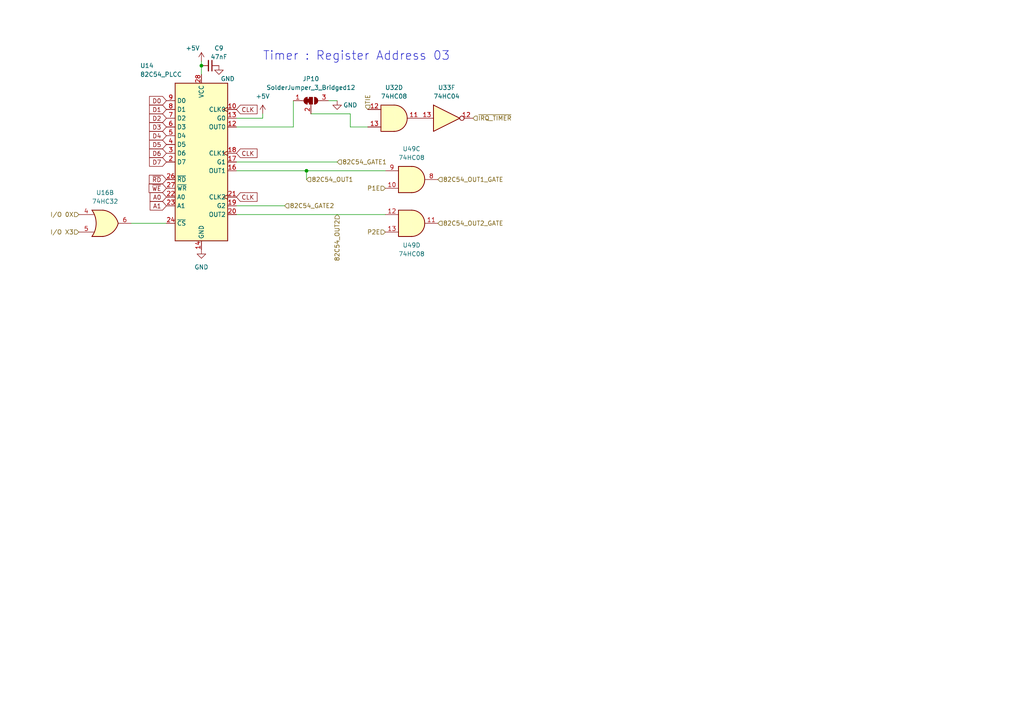
<source format=kicad_sch>
(kicad_sch (version 20230121) (generator eeschema)
  (paper "A4")
  (lib_symbols
    (symbol "74xx:74LS04"
      (property "Reference" "U" (at 0 1.27 0))
      (property "Value" "74LS04" (at 0 -1.27 0))
      (symbol "74LS04_1_0"
        (polyline (pts (xy -3.81 3.81) (xy -3.81 -3.81) (xy 3.81 0) (xy -3.81 3.81)) (stroke (width 0.254)) (fill (type background)))
        (pin input line (at -7.62 0 0) (length 3.81) (name "~") (number "1"))
        (pin output inverted (at 7.62 0 180) (length 3.81) (name "~") (number "2"))
      )
      (symbol "74LS04_2_0"
        (polyline (pts (xy -3.81 3.81) (xy -3.81 -3.81) (xy 3.81 0) (xy -3.81 3.81)) (stroke (width 0.254)) (fill (type background)))
        (pin input line (at -7.62 0 0) (length 3.81) (name "~") (number "3"))
        (pin output inverted (at 7.62 0 180) (length 3.81) (name "~") (number "4"))
      )
      (symbol "74LS04_3_0"
        (polyline (pts (xy -3.81 3.81) (xy -3.81 -3.81) (xy 3.81 0) (xy -3.81 3.81)) (stroke (width 0.254)) (fill (type background)))
        (pin input line (at -7.62 0 0) (length 3.81) (name "~") (number "5"))
        (pin output inverted (at 7.62 0 180) (length 3.81) (name "~") (number "6"))
      )
      (symbol "74LS04_4_0"
        (polyline (pts (xy -3.81 3.81) (xy -3.81 -3.81) (xy 3.81 0) (xy -3.81 3.81)) (stroke (width 0.254)) (fill (type background)))
        (pin output inverted (at 7.62 0 180) (length 3.81) (name "~") (number "8"))
        (pin input line (at -7.62 0 0) (length 3.81) (name "~") (number "9"))
      )
      (symbol "74LS04_5_0"
        (polyline (pts (xy -3.81 3.81) (xy -3.81 -3.81) (xy 3.81 0) (xy -3.81 3.81)) (stroke (width 0.254)) (fill (type background)))
        (pin output inverted (at 7.62 0 180) (length 3.81) (name "~") (number "10"))
        (pin input line (at -7.62 0 0) (length 3.81) (name "~") (number "11"))
      )
      (symbol "74LS04_6_0"
        (polyline (pts (xy -3.81 3.81) (xy -3.81 -3.81) (xy 3.81 0) (xy -3.81 3.81)) (stroke (width 0.254)) (fill (type background)))
        (pin output inverted (at 7.62 0 180) (length 3.81) (name "~") (number "12"))
        (pin input line (at -7.62 0 0) (length 3.81) (name "~") (number "13"))
      )
      (symbol "74LS04_7_0"
        (pin power_in line (at 0 12.7 270) (length 5.08) (name "VCC") (number "14"))
        (pin power_in line (at 0 -12.7 90) (length 5.08) (name "GND") (number "7"))
      )
      (symbol "74LS04_7_1"
        (rectangle (start -5.08 7.62) (end 5.08 -7.62) (stroke (width 0.254)) (fill (type background)))
      )
    )
    (symbol "74xx:74LS08" (pin_names (offset 1.016))
      (property "Reference" "U" (at 0 1.27 0))
      (property "Value" "74LS08" (at 0 -1.27 0))
      (symbol "74LS08_1_1"
        (arc (start 0 -3.81) (mid 3.7934 0) (end 0 3.81) (stroke (width 0.254)) (fill (type background)))
        (polyline (pts (xy 0 3.81) (xy -3.81 3.81) (xy -3.81 -3.81) (xy 0 -3.81)) (stroke (width 0.254)) (fill (type background)))
        (pin input line (at -7.62 2.54 0) (length 3.81) (name "~") (number "1"))
        (pin input line (at -7.62 -2.54 0) (length 3.81) (name "~") (number "2"))
        (pin output line (at 7.62 0 180) (length 3.81) (name "~") (number "3"))
      )
      (symbol "74LS08_1_2"
        (arc (start -3.81 -3.81) (mid -2.589 0) (end -3.81 3.81) (stroke (width 0.254)))
        (arc (start -0.6096 -3.81) (mid 2.1842 -2.5851) (end 3.81 0) (stroke (width 0.254)) (fill (type background)))
        (polyline (pts (xy -3.81 -3.81) (xy -0.635 -3.81)) (stroke (width 0.254)) (fill (type background)))
        (polyline (pts (xy -3.81 3.81) (xy -0.635 3.81)) (stroke (width 0.254)) (fill (type background)))
        (polyline (pts (xy -0.635 3.81) (xy -3.81 3.81) (xy -3.81 3.81) (xy -3.556 3.4036) (xy -3.0226 2.2606) (xy -2.6924 1.0414) (xy -2.6162 -0.254) (xy -2.7686 -1.4986) (xy -3.175 -2.7178) (xy -3.81 -3.81) (xy -3.81 -3.81) (xy -0.635 -3.81)) (stroke (width -25.4)) (fill (type background)))
        (arc (start 3.81 0) (mid 2.1915 2.5936) (end -0.6096 3.81) (stroke (width 0.254)) (fill (type background)))
        (pin input inverted (at -7.62 2.54 0) (length 4.318) (name "~") (number "1"))
        (pin input inverted (at -7.62 -2.54 0) (length 4.318) (name "~") (number "2"))
        (pin output inverted (at 7.62 0 180) (length 3.81) (name "~") (number "3"))
      )
      (symbol "74LS08_2_1"
        (arc (start 0 -3.81) (mid 3.7934 0) (end 0 3.81) (stroke (width 0.254)) (fill (type background)))
        (polyline (pts (xy 0 3.81) (xy -3.81 3.81) (xy -3.81 -3.81) (xy 0 -3.81)) (stroke (width 0.254)) (fill (type background)))
        (pin input line (at -7.62 2.54 0) (length 3.81) (name "~") (number "4"))
        (pin input line (at -7.62 -2.54 0) (length 3.81) (name "~") (number "5"))
        (pin output line (at 7.62 0 180) (length 3.81) (name "~") (number "6"))
      )
      (symbol "74LS08_2_2"
        (arc (start -3.81 -3.81) (mid -2.589 0) (end -3.81 3.81) (stroke (width 0.254)))
        (arc (start -0.6096 -3.81) (mid 2.1842 -2.5851) (end 3.81 0) (stroke (width 0.254)) (fill (type background)))
        (polyline (pts (xy -3.81 -3.81) (xy -0.635 -3.81)) (stroke (width 0.254)) (fill (type background)))
        (polyline (pts (xy -3.81 3.81) (xy -0.635 3.81)) (stroke (width 0.254)) (fill (type background)))
        (polyline (pts (xy -0.635 3.81) (xy -3.81 3.81) (xy -3.81 3.81) (xy -3.556 3.4036) (xy -3.0226 2.2606) (xy -2.6924 1.0414) (xy -2.6162 -0.254) (xy -2.7686 -1.4986) (xy -3.175 -2.7178) (xy -3.81 -3.81) (xy -3.81 -3.81) (xy -0.635 -3.81)) (stroke (width -25.4)) (fill (type background)))
        (arc (start 3.81 0) (mid 2.1915 2.5936) (end -0.6096 3.81) (stroke (width 0.254)) (fill (type background)))
        (pin input inverted (at -7.62 2.54 0) (length 4.318) (name "~") (number "4"))
        (pin input inverted (at -7.62 -2.54 0) (length 4.318) (name "~") (number "5"))
        (pin output inverted (at 7.62 0 180) (length 3.81) (name "~") (number "6"))
      )
      (symbol "74LS08_3_1"
        (arc (start 0 -3.81) (mid 3.7934 0) (end 0 3.81) (stroke (width 0.254)) (fill (type background)))
        (polyline (pts (xy 0 3.81) (xy -3.81 3.81) (xy -3.81 -3.81) (xy 0 -3.81)) (stroke (width 0.254)) (fill (type background)))
        (pin input line (at -7.62 -2.54 0) (length 3.81) (name "~") (number "10"))
        (pin output line (at 7.62 0 180) (length 3.81) (name "~") (number "8"))
        (pin input line (at -7.62 2.54 0) (length 3.81) (name "~") (number "9"))
      )
      (symbol "74LS08_3_2"
        (arc (start -3.81 -3.81) (mid -2.589 0) (end -3.81 3.81) (stroke (width 0.254)))
        (arc (start -0.6096 -3.81) (mid 2.1842 -2.5851) (end 3.81 0) (stroke (width 0.254)) (fill (type background)))
        (polyline (pts (xy -3.81 -3.81) (xy -0.635 -3.81)) (stroke (width 0.254)) (fill (type background)))
        (polyline (pts (xy -3.81 3.81) (xy -0.635 3.81)) (stroke (width 0.254)) (fill (type background)))
        (polyline (pts (xy -0.635 3.81) (xy -3.81 3.81) (xy -3.81 3.81) (xy -3.556 3.4036) (xy -3.0226 2.2606) (xy -2.6924 1.0414) (xy -2.6162 -0.254) (xy -2.7686 -1.4986) (xy -3.175 -2.7178) (xy -3.81 -3.81) (xy -3.81 -3.81) (xy -0.635 -3.81)) (stroke (width -25.4)) (fill (type background)))
        (arc (start 3.81 0) (mid 2.1915 2.5936) (end -0.6096 3.81) (stroke (width 0.254)) (fill (type background)))
        (pin input inverted (at -7.62 -2.54 0) (length 4.318) (name "~") (number "10"))
        (pin output inverted (at 7.62 0 180) (length 3.81) (name "~") (number "8"))
        (pin input inverted (at -7.62 2.54 0) (length 4.318) (name "~") (number "9"))
      )
      (symbol "74LS08_4_1"
        (arc (start 0 -3.81) (mid 3.7934 0) (end 0 3.81) (stroke (width 0.254)) (fill (type background)))
        (polyline (pts (xy 0 3.81) (xy -3.81 3.81) (xy -3.81 -3.81) (xy 0 -3.81)) (stroke (width 0.254)) (fill (type background)))
        (pin output line (at 7.62 0 180) (length 3.81) (name "~") (number "11"))
        (pin input line (at -7.62 2.54 0) (length 3.81) (name "~") (number "12"))
        (pin input line (at -7.62 -2.54 0) (length 3.81) (name "~") (number "13"))
      )
      (symbol "74LS08_4_2"
        (arc (start -3.81 -3.81) (mid -2.589 0) (end -3.81 3.81) (stroke (width 0.254)))
        (arc (start -0.6096 -3.81) (mid 2.1842 -2.5851) (end 3.81 0) (stroke (width 0.254)) (fill (type background)))
        (polyline (pts (xy -3.81 -3.81) (xy -0.635 -3.81)) (stroke (width 0.254)) (fill (type background)))
        (polyline (pts (xy -3.81 3.81) (xy -0.635 3.81)) (stroke (width 0.254)) (fill (type background)))
        (polyline (pts (xy -0.635 3.81) (xy -3.81 3.81) (xy -3.81 3.81) (xy -3.556 3.4036) (xy -3.0226 2.2606) (xy -2.6924 1.0414) (xy -2.6162 -0.254) (xy -2.7686 -1.4986) (xy -3.175 -2.7178) (xy -3.81 -3.81) (xy -3.81 -3.81) (xy -0.635 -3.81)) (stroke (width -25.4)) (fill (type background)))
        (arc (start 3.81 0) (mid 2.1915 2.5936) (end -0.6096 3.81) (stroke (width 0.254)) (fill (type background)))
        (pin output inverted (at 7.62 0 180) (length 3.81) (name "~") (number "11"))
        (pin input inverted (at -7.62 2.54 0) (length 4.318) (name "~") (number "12"))
        (pin input inverted (at -7.62 -2.54 0) (length 4.318) (name "~") (number "13"))
      )
      (symbol "74LS08_5_0"
        (pin power_in line (at 0 12.7 270) (length 5.08) (name "VCC") (number "14"))
        (pin power_in line (at 0 -12.7 90) (length 5.08) (name "GND") (number "7"))
      )
      (symbol "74LS08_5_1"
        (rectangle (start -5.08 7.62) (end 5.08 -7.62) (stroke (width 0.254)) (fill (type background)))
      )
    )
    (symbol "74xx:74LS32" (pin_names (offset 1.016))
      (property "Reference" "U" (at 0 1.27 0))
      (property "Value" "74LS32" (at 0 -1.27 0))
      (symbol "74LS32_1_1"
        (arc (start -3.81 -3.81) (mid -2.589 0) (end -3.81 3.81) (stroke (width 0.254)))
        (arc (start -0.6096 -3.81) (mid 2.1842 -2.5851) (end 3.81 0) (stroke (width 0.254)) (fill (type background)))
        (polyline (pts (xy -3.81 -3.81) (xy -0.635 -3.81)) (stroke (width 0.254)) (fill (type background)))
        (polyline (pts (xy -3.81 3.81) (xy -0.635 3.81)) (stroke (width 0.254)) (fill (type background)))
        (polyline (pts (xy -0.635 3.81) (xy -3.81 3.81) (xy -3.81 3.81) (xy -3.556 3.4036) (xy -3.0226 2.2606) (xy -2.6924 1.0414) (xy -2.6162 -0.254) (xy -2.7686 -1.4986) (xy -3.175 -2.7178) (xy -3.81 -3.81) (xy -3.81 -3.81) (xy -0.635 -3.81)) (stroke (width -25.4)) (fill (type background)))
        (arc (start 3.81 0) (mid 2.1915 2.5936) (end -0.6096 3.81) (stroke (width 0.254)) (fill (type background)))
        (pin input line (at -7.62 2.54 0) (length 4.318) (name "~") (number "1"))
        (pin input line (at -7.62 -2.54 0) (length 4.318) (name "~") (number "2"))
        (pin output line (at 7.62 0 180) (length 3.81) (name "~") (number "3"))
      )
      (symbol "74LS32_1_2"
        (arc (start 0 -3.81) (mid 3.7934 0) (end 0 3.81) (stroke (width 0.254)) (fill (type background)))
        (polyline (pts (xy 0 3.81) (xy -3.81 3.81) (xy -3.81 -3.81) (xy 0 -3.81)) (stroke (width 0.254)) (fill (type background)))
        (pin input inverted (at -7.62 2.54 0) (length 3.81) (name "~") (number "1"))
        (pin input inverted (at -7.62 -2.54 0) (length 3.81) (name "~") (number "2"))
        (pin output inverted (at 7.62 0 180) (length 3.81) (name "~") (number "3"))
      )
      (symbol "74LS32_2_1"
        (arc (start -3.81 -3.81) (mid -2.589 0) (end -3.81 3.81) (stroke (width 0.254)))
        (arc (start -0.6096 -3.81) (mid 2.1842 -2.5851) (end 3.81 0) (stroke (width 0.254)) (fill (type background)))
        (polyline (pts (xy -3.81 -3.81) (xy -0.635 -3.81)) (stroke (width 0.254)) (fill (type background)))
        (polyline (pts (xy -3.81 3.81) (xy -0.635 3.81)) (stroke (width 0.254)) (fill (type background)))
        (polyline (pts (xy -0.635 3.81) (xy -3.81 3.81) (xy -3.81 3.81) (xy -3.556 3.4036) (xy -3.0226 2.2606) (xy -2.6924 1.0414) (xy -2.6162 -0.254) (xy -2.7686 -1.4986) (xy -3.175 -2.7178) (xy -3.81 -3.81) (xy -3.81 -3.81) (xy -0.635 -3.81)) (stroke (width -25.4)) (fill (type background)))
        (arc (start 3.81 0) (mid 2.1915 2.5936) (end -0.6096 3.81) (stroke (width 0.254)) (fill (type background)))
        (pin input line (at -7.62 2.54 0) (length 4.318) (name "~") (number "4"))
        (pin input line (at -7.62 -2.54 0) (length 4.318) (name "~") (number "5"))
        (pin output line (at 7.62 0 180) (length 3.81) (name "~") (number "6"))
      )
      (symbol "74LS32_2_2"
        (arc (start 0 -3.81) (mid 3.7934 0) (end 0 3.81) (stroke (width 0.254)) (fill (type background)))
        (polyline (pts (xy 0 3.81) (xy -3.81 3.81) (xy -3.81 -3.81) (xy 0 -3.81)) (stroke (width 0.254)) (fill (type background)))
        (pin input inverted (at -7.62 2.54 0) (length 3.81) (name "~") (number "4"))
        (pin input inverted (at -7.62 -2.54 0) (length 3.81) (name "~") (number "5"))
        (pin output inverted (at 7.62 0 180) (length 3.81) (name "~") (number "6"))
      )
      (symbol "74LS32_3_1"
        (arc (start -3.81 -3.81) (mid -2.589 0) (end -3.81 3.81) (stroke (width 0.254)))
        (arc (start -0.6096 -3.81) (mid 2.1842 -2.5851) (end 3.81 0) (stroke (width 0.254)) (fill (type background)))
        (polyline (pts (xy -3.81 -3.81) (xy -0.635 -3.81)) (stroke (width 0.254)) (fill (type background)))
        (polyline (pts (xy -3.81 3.81) (xy -0.635 3.81)) (stroke (width 0.254)) (fill (type background)))
        (polyline (pts (xy -0.635 3.81) (xy -3.81 3.81) (xy -3.81 3.81) (xy -3.556 3.4036) (xy -3.0226 2.2606) (xy -2.6924 1.0414) (xy -2.6162 -0.254) (xy -2.7686 -1.4986) (xy -3.175 -2.7178) (xy -3.81 -3.81) (xy -3.81 -3.81) (xy -0.635 -3.81)) (stroke (width -25.4)) (fill (type background)))
        (arc (start 3.81 0) (mid 2.1915 2.5936) (end -0.6096 3.81) (stroke (width 0.254)) (fill (type background)))
        (pin input line (at -7.62 -2.54 0) (length 4.318) (name "~") (number "10"))
        (pin output line (at 7.62 0 180) (length 3.81) (name "~") (number "8"))
        (pin input line (at -7.62 2.54 0) (length 4.318) (name "~") (number "9"))
      )
      (symbol "74LS32_3_2"
        (arc (start 0 -3.81) (mid 3.7934 0) (end 0 3.81) (stroke (width 0.254)) (fill (type background)))
        (polyline (pts (xy 0 3.81) (xy -3.81 3.81) (xy -3.81 -3.81) (xy 0 -3.81)) (stroke (width 0.254)) (fill (type background)))
        (pin input inverted (at -7.62 -2.54 0) (length 3.81) (name "~") (number "10"))
        (pin output inverted (at 7.62 0 180) (length 3.81) (name "~") (number "8"))
        (pin input inverted (at -7.62 2.54 0) (length 3.81) (name "~") (number "9"))
      )
      (symbol "74LS32_4_1"
        (arc (start -3.81 -3.81) (mid -2.589 0) (end -3.81 3.81) (stroke (width 0.254)))
        (arc (start -0.6096 -3.81) (mid 2.1842 -2.5851) (end 3.81 0) (stroke (width 0.254)) (fill (type background)))
        (polyline (pts (xy -3.81 -3.81) (xy -0.635 -3.81)) (stroke (width 0.254)) (fill (type background)))
        (polyline (pts (xy -3.81 3.81) (xy -0.635 3.81)) (stroke (width 0.254)) (fill (type background)))
        (polyline (pts (xy -0.635 3.81) (xy -3.81 3.81) (xy -3.81 3.81) (xy -3.556 3.4036) (xy -3.0226 2.2606) (xy -2.6924 1.0414) (xy -2.6162 -0.254) (xy -2.7686 -1.4986) (xy -3.175 -2.7178) (xy -3.81 -3.81) (xy -3.81 -3.81) (xy -0.635 -3.81)) (stroke (width -25.4)) (fill (type background)))
        (arc (start 3.81 0) (mid 2.1915 2.5936) (end -0.6096 3.81) (stroke (width 0.254)) (fill (type background)))
        (pin output line (at 7.62 0 180) (length 3.81) (name "~") (number "11"))
        (pin input line (at -7.62 2.54 0) (length 4.318) (name "~") (number "12"))
        (pin input line (at -7.62 -2.54 0) (length 4.318) (name "~") (number "13"))
      )
      (symbol "74LS32_4_2"
        (arc (start 0 -3.81) (mid 3.7934 0) (end 0 3.81) (stroke (width 0.254)) (fill (type background)))
        (polyline (pts (xy 0 3.81) (xy -3.81 3.81) (xy -3.81 -3.81) (xy 0 -3.81)) (stroke (width 0.254)) (fill (type background)))
        (pin output inverted (at 7.62 0 180) (length 3.81) (name "~") (number "11"))
        (pin input inverted (at -7.62 2.54 0) (length 3.81) (name "~") (number "12"))
        (pin input inverted (at -7.62 -2.54 0) (length 3.81) (name "~") (number "13"))
      )
      (symbol "74LS32_5_0"
        (pin power_in line (at 0 12.7 270) (length 5.08) (name "VCC") (number "14"))
        (pin power_in line (at 0 -12.7 90) (length 5.08) (name "GND") (number "7"))
      )
      (symbol "74LS32_5_1"
        (rectangle (start -5.08 7.62) (end 5.08 -7.62) (stroke (width 0.254)) (fill (type background)))
      )
    )
    (symbol "Device:C_Small" (pin_numbers hide) (pin_names (offset 0.254) hide)
      (property "Reference" "C" (at 0.254 1.778 0))
      (property "Value" "C_Small" (at 0.254 -2.032 0))
      (symbol "C_Small_0_1"
        (polyline (pts (xy -1.524 -0.508) (xy 1.524 -0.508)) (stroke (width 0.3302)))
        (polyline (pts (xy -1.524 0.508) (xy 1.524 0.508)) (stroke (width 0.3048)))
      )
      (symbol "C_Small_1_1"
        (pin passive line (at 0 2.54 270) (length 2.032) (name "~") (number "1"))
        (pin passive line (at 0 -2.54 90) (length 2.032) (name "~") (number "2"))
      )
    )
    (symbol "Jumper:SolderJumper_3_Bridged12" (pin_names (offset 0) hide)
      (property "Reference" "JP" (at -2.54 -2.54 0))
      (property "Value" "SolderJumper_3_Bridged12" (at 0 2.794 0))
      (symbol "SolderJumper_3_Bridged12_0_1"
        (rectangle (start -1.016 0.508) (end -0.508 -0.508) (fill (type outline)))
        (arc (start -1.016 1.016) (mid -2.0276 0) (end -1.016 -1.016))
        (arc (start -1.016 1.016) (mid -2.0276 0) (end -1.016 -1.016) (fill (type outline)))
        (rectangle (start -0.508 1.016) (end 0.508 -1.016) (fill (type outline)))
        (polyline (pts (xy -2.54 0) (xy -2.032 0)))
        (polyline (pts (xy -1.016 1.016) (xy -1.016 -1.016)))
        (polyline (pts (xy 0 -1.27) (xy 0 -1.016)))
        (polyline (pts (xy 1.016 1.016) (xy 1.016 -1.016)))
        (polyline (pts (xy 2.54 0) (xy 2.032 0)))
        (arc (start 1.016 -1.016) (mid 2.0276 0) (end 1.016 1.016))
        (arc (start 1.016 -1.016) (mid 2.0276 0) (end 1.016 1.016) (fill (type outline)))
      )
      (symbol "SolderJumper_3_Bridged12_1_1"
        (pin passive line (at -5.08 0 0) (length 2.54) (name "A") (number "1"))
        (pin passive line (at 0 -3.81 90) (length 2.54) (name "C") (number "2"))
        (pin passive line (at 5.08 0 180) (length 2.54) (name "B") (number "3"))
      )
    )
    (symbol "Timer:82C54_PLCC"
      (property "Reference" "U" (at -3.81 24.13 0))
      (property "Value" "82C54_PLCC" (at 2.54 24.13 0))
      (symbol "82C54_PLCC_0_1"
        (rectangle (start -7.62 -22.86) (end 7.62 22.86) (stroke (width 0.254)) (fill (type background)))
      )
      (symbol "82C54_PLCC_1_1"
        (pin no_connect line (at -5.08 -22.86 90) (length 2.54) hide (name "NC") (number "1"))
        (pin input clock (at 10.16 15.24 180) (length 2.54) (name "CLK0") (number "10"))
        (pin no_connect line (at -2.54 -22.86 90) (length 2.54) hide (name "NC") (number "11"))
        (pin output line (at 10.16 10.16 180) (length 2.54) (name "OUT0") (number "12"))
        (pin input line (at 10.16 12.7 180) (length 2.54) (name "G0") (number "13"))
        (pin power_in line (at 0 -25.4 90) (length 2.54) (name "GND") (number "14"))
        (pin no_connect line (at 2.54 -22.86 90) (length 2.54) hide (name "NC") (number "15"))
        (pin output line (at 10.16 -2.54 180) (length 2.54) (name "OUT1") (number "16"))
        (pin input line (at 10.16 0 180) (length 2.54) (name "G1") (number "17"))
        (pin input clock (at 10.16 2.54 180) (length 2.54) (name "CLK1") (number "18"))
        (pin input line (at 10.16 -12.7 180) (length 2.54) (name "G2") (number "19"))
        (pin bidirectional line (at -10.16 0 0) (length 2.54) (name "D7") (number "2"))
        (pin output line (at 10.16 -15.24 180) (length 2.54) (name "OUT2") (number "20"))
        (pin input clock (at 10.16 -10.16 180) (length 2.54) (name "CLK2") (number "21"))
        (pin input line (at -10.16 -10.16 0) (length 2.54) (name "A0") (number "22"))
        (pin input line (at -10.16 -12.7 0) (length 2.54) (name "A1") (number "23"))
        (pin input line (at -10.16 -17.78 0) (length 2.54) (name "~{CS}") (number "24"))
        (pin no_connect line (at 5.08 -22.86 90) (length 2.54) hide (name "NC") (number "25"))
        (pin input line (at -10.16 -5.08 0) (length 2.54) (name "~{RD}") (number "26"))
        (pin input line (at -10.16 -7.62 0) (length 2.54) (name "~{WR}") (number "27"))
        (pin power_in line (at 0 25.4 270) (length 2.54) (name "VCC") (number "28"))
        (pin bidirectional line (at -10.16 2.54 0) (length 2.54) (name "D6") (number "3"))
        (pin bidirectional line (at -10.16 5.08 0) (length 2.54) (name "D5") (number "4"))
        (pin bidirectional line (at -10.16 7.62 0) (length 2.54) (name "D4") (number "5"))
        (pin bidirectional line (at -10.16 10.16 0) (length 2.54) (name "D3") (number "6"))
        (pin bidirectional line (at -10.16 12.7 0) (length 2.54) (name "D2") (number "7"))
        (pin bidirectional line (at -10.16 15.24 0) (length 2.54) (name "D1") (number "8"))
        (pin bidirectional line (at -10.16 17.78 0) (length 2.54) (name "D0") (number "9"))
      )
    )
    (symbol "power:+5V" (power) (pin_names (offset 0))
      (property "Value" "+5V" (at 0 3.556 0))
      (symbol "+5V_0_1"
        (polyline (pts (xy -0.762 1.27) (xy 0 2.54)))
        (polyline (pts (xy 0 0) (xy 0 2.54)))
        (polyline (pts (xy 0 2.54) (xy 0.762 1.27)))
      )
      (symbol "+5V_1_1"
        (pin power_in line (at 0 0 90) (length 0) hide (name "+5V") (number "1"))
      )
    )
    (symbol "power:GND" (power) (pin_names (offset 0))
      (property "Value" "GND" (at 0 -3.81 0))
      (symbol "GND_0_1"
        (polyline (pts (xy 0 0) (xy 0 -1.27) (xy 1.27 -1.27) (xy 0 -2.54) (xy -1.27 -1.27) (xy 0 -1.27)))
      )
      (symbol "GND_1_1"
        (pin power_in line (at 0 0 270) (length 0) hide (name "GND") (number "1"))
      )
    )
  )
  (junction (at 58.42 19.05))
  (junction (at 88.9 49.53))
  (wire (pts (xy 38.1 64.77) (xy 48.26 64.77)))
  (wire (pts (xy 97.79 29.21) (xy 95.25 29.21)))
  (wire (pts (xy 76.2 34.29) (xy 76.2 33.02)))
  (wire (pts (xy 68.58 46.99) (xy 97.79 46.99)))
  (wire (pts (xy 68.58 36.83) (xy 85.09 36.83)))
  (wire (pts (xy 85.09 29.21) (xy 85.09 36.83)))
  (wire (pts (xy 68.58 49.53) (xy 88.9 49.53)))
  (wire (pts (xy 68.58 34.29) (xy 76.2 34.29)))
  (wire (pts (xy 58.42 19.05) (xy 58.42 21.59)))
  (wire (pts (xy 101.6 36.83) (xy 106.68 36.83)))
  (wire (pts (xy 68.58 62.23) (xy 111.76 62.23)))
  (wire (pts (xy 88.9 49.53) (xy 88.9 52.07)))
  (wire (pts (xy 68.58 59.69) (xy 82.55 59.69)))
  (wire (pts (xy 101.6 33.02) (xy 101.6 36.83)))
  (wire (pts (xy 90.17 33.02) (xy 101.6 33.02)))
  (wire (pts (xy 88.9 49.53) (xy 111.76 49.53)))
  (wire (pts (xy 58.42 17.78) (xy 58.42 19.05)))
  (text "Timer : Register Address 03" (at 76.2 17.78 0) (effects (font (size 2.54 2.54)) (justify left bottom)))
  (global_label "D0" (shape input) (at 48.26 29.21 180) (property "Intersheetrefs" "${INTERSHEET_REFS}" (effects hide)))
  (global_label "D1" (shape input) (at 48.26 31.75 180) (property "Intersheetrefs" "${INTERSHEET_REFS}" (effects hide)))
  (global_label "D6" (shape input) (at 48.26 44.45 180) (property "Intersheetrefs" "${INTERSHEET_REFS}" (effects hide)))
  (global_label "A0" (shape input) (at 48.26 57.15 180) (property "Intersheetrefs" "${INTERSHEET_REFS}" (effects hide)))
  (global_label "D5" (shape input) (at 48.26 41.91 180) (property "Intersheetrefs" "${INTERSHEET_REFS}" (effects hide)))
  (global_label "D3" (shape input) (at 48.26 36.83 180) (property "Intersheetrefs" "${INTERSHEET_REFS}" (effects hide)))
  (global_label "A1" (shape input) (at 48.26 59.69 180) (property "Intersheetrefs" "${INTERSHEET_REFS}" (effects hide)))
  (global_label "CLK" (shape input) (at 68.58 57.15 0) (property "Intersheetrefs" "${INTERSHEET_REFS}" (effects hide)))
  (global_label "D7" (shape input) (at 48.26 46.99 180) (property "Intersheetrefs" "${INTERSHEET_REFS}" (effects hide)))
  (global_label "D4" (shape input) (at 48.26 39.37 180) (property "Intersheetrefs" "${INTERSHEET_REFS}" (effects hide)))
  (global_label "~{RD}" (shape input) (at 48.26 52.07 180) (property "Intersheetrefs" "${INTERSHEET_REFS}" (effects hide)))
  (global_label "CLK" (shape input) (at 68.58 44.45 0) (property "Intersheetrefs" "${INTERSHEET_REFS}" (effects hide)))
  (global_label "~{WE}" (shape input) (at 48.26 54.61 180) (property "Intersheetrefs" "${INTERSHEET_REFS}" (effects hide)))
  (global_label "CLK" (shape input) (at 68.58 31.75 0) (property "Intersheetrefs" "${INTERSHEET_REFS}" (effects hide)))
  (global_label "D2" (shape input) (at 48.26 34.29 180) (property "Intersheetrefs" "${INTERSHEET_REFS}" (effects hide)))
  (hierarchical_label "I{slash}O X3" (shape input) (at 22.86 67.31 180))
  (hierarchical_label "82C54_OUT1" (shape input) (at 88.9 52.07 0))
  (hierarchical_label "82C54_OUT2" (shape input) (at 97.79 62.23 270))
  (hierarchical_label "~{IRQ_TIMER}" (shape input) (at 137.16 34.29 0))
  (hierarchical_label "P1E" (shape input) (at 111.76 54.61 180))
  (hierarchical_label "P2E" (shape input) (at 111.76 67.31 180))
  (hierarchical_label "I{slash}O 0X" (shape input) (at 22.86 62.23 180))
  (hierarchical_label "82C54_GATE2" (shape input) (at 82.55 59.69 0))
  (hierarchical_label "TIE" (shape input) (at 106.68 31.75 90))
  (hierarchical_label "82C54_GATE1" (shape input) (at 97.79 46.99 0))
  (hierarchical_label "82C54_OUT1_GATE" (shape input) (at 127 52.07 0))
  (hierarchical_label "82C54_OUT2_GATE" (shape input) (at 127 64.77 0))
  (symbol (lib_id "power:GND") (at 63.5 19.05 0) (mirror y) (unit 1)
    (property "Reference" "#PWR0128" (effects hide))
    (property "Value" "GND" (at 66.04 22.86 0))
    (instances (project "Micro" (path "" (reference "#PWR0128") (unit 1)) (path "" (reference "#PWR0137") (unit 1))))
  )
  (symbol (lib_id "74xx:74LS08") (at 114.3 34.29 0) (unit 4)
    (property "Reference" "U32" (at 114.2917 25.4 0))
    (property "Value" "74HC08" (at 114.2917 27.94 0))
    (property "Footprint" "Package_SO:SOIC-14_3.9x8.7mm_P1.27mm" (effects hide))
    (property "Datasheet" "http://www.ti.com/lit/gpn/sn74LS08" (effects hide))
    (instances (project "Micro" (path "" (reference "U32") (unit 4)) (path "" (reference "U29") (unit 4)) (path "" (reference "U29") (unit 4))))
  )
  (symbol (lib_id "Timer:82C54_PLCC") (at 58.42 46.99 0) (unit 1)
    (property "Reference" "U14" (at 40.64 19.05 0) (effects (justify left)))
    (property "Value" "82C54_PLCC" (at 40.64 21.59 0) (effects (justify left)))
    (property "Footprint" "Package_LCC:PLCC-28" (effects hide))
    (property "Datasheet" "http://download.intel.com/design/archives/periphrl/docs/23124406.pdf" (effects hide))
  )
  (symbol (lib_id "74xx:74LS32") (at 30.48 64.77 0) (unit 2)
    (property "Reference" "U16" (at 30.48 55.88 0))
    (property "Value" "74HC32" (at 30.48 58.42 0))
    (property "Footprint" "Package_SO:SOIC-14_3.9x8.7mm_P1.27mm" (effects hide))
    (property "Datasheet" "http://www.ti.com/lit/gpn/sn74LS32" (effects hide))
  )
  (symbol (lib_id "power:GND") (at 97.79 29.21 0) (unit 1)
    (property "Reference" "#PWR0121" (effects hide))
    (property "Value" "GND" (at 101.6 30.48 0))
  )
  (symbol (lib_id "Jumper:SolderJumper_3_Bridged12") (at 90.17 29.21 0) (unit 1)
    (property "Reference" "JP10" (at 90.17 22.86 0))
    (property "Value" "SolderJumper_3_Bridged12" (at 90.17 25.4 0))
    (property "Footprint" "Jumper:SolderJumper-3_P1.3mm_Bridged12_RoundedPad1.0x1.5mm_NumberLabels" (effects hide))
  )
  (symbol (lib_id "74xx:74LS08") (at 119.38 52.07 0) (unit 3)
    (property "Reference" "U49" (at 119.3717 43.18 0))
    (property "Value" "74HC08" (at 119.3717 45.72 0))
    (property "Footprint" "Package_SO:SOIC-14_3.9x8.7mm_P1.27mm" (effects hide))
    (property "Datasheet" "http://www.ti.com/lit/gpn/sn74LS08" (effects hide))
  )
  (symbol (lib_id "power:GND") (at 58.42 72.39 0) (unit 1)
    (property "Reference" "#PWR0111" (effects hide))
    (property "Value" "GND" (at 58.42 77.47 0))
  )
  (symbol (lib_id "power:+5V") (at 58.42 17.78 0) (unit 1)
    (property "Reference" "#PWR0110" (effects hide))
    (property "Value" "+5V" (at 55.88 13.97 0))
  )
  (symbol (lib_id "Device:C_Small") (at 60.96 19.05 270) (mirror x) (unit 1)
    (property "Reference" "C9" (at 63.5 13.97 90))
    (property "Value" "47nF" (at 63.5 16.51 90))
    (property "Footprint" "Capacitor_SMD:C_0603_1608Metric_Pad1.08x0.95mm_HandSolder" (effects hide))
    (instances (project "Micro" (path "" (reference "C9") (unit 1)) (path "" (reference "C18") (unit 1))))
  )
  (symbol (lib_id "power:+5V") (at 76.2 33.02 0) (unit 1)
    (property "Reference" "#PWR0109" (effects hide))
    (property "Value" "+5V" (at 76.2 27.94 0))
  )
  (symbol (lib_id "74xx:74LS04") (at 129.54 34.29 0) (unit 6)
    (property "Reference" "U33" (at 129.54 25.4 0))
    (property "Value" "74HC04" (at 129.54 27.94 0))
    (property "Footprint" "Package_SO:SOIC-14_3.9x8.7mm_P1.27mm" (effects hide))
    (property "Datasheet" "http://www.ti.com/lit/gpn/sn74LS04" (effects hide))
    (instances (project "Micro" (path "" (reference "U33") (unit 6)) (path "" (reference "U32") (unit 6)) (path "" (reference "U32") (unit 6))))
  )
  (symbol (lib_id "74xx:74LS08") (at 119.38 64.77 0) (unit 4)
    (property "Reference" "U49" (at 119.38 71.12 0))
    (property "Value" "74HC08" (at 119.38 73.66 0))
    (property "Footprint" "Package_SO:SOIC-14_3.9x8.7mm_P1.27mm" (effects hide))
    (property "Datasheet" "http://www.ti.com/lit/gpn/sn74LS08" (effects hide))
  )
)
</source>
